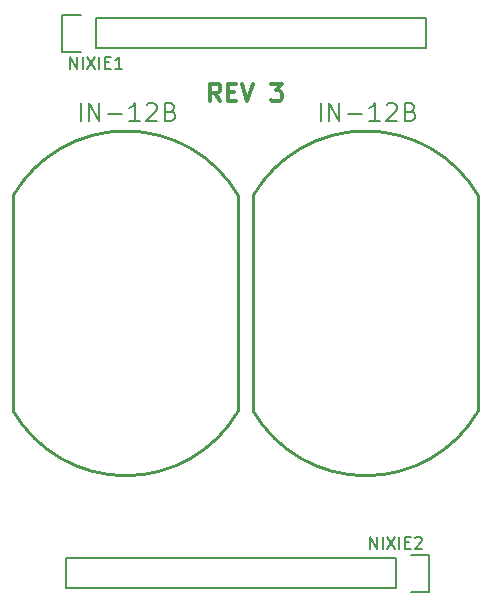
<source format=gto>
G04 #@! TF.FileFunction,Legend,Top*
%FSLAX46Y46*%
G04 Gerber Fmt 4.6, Leading zero omitted, Abs format (unit mm)*
G04 Created by KiCad (PCBNEW (2015-10-31 BZR 6288)-product) date Tuesday, November 24, 2015 'PMt' 09:59:33 PM*
%MOMM*%
G01*
G04 APERTURE LIST*
%ADD10C,0.100000*%
%ADD11C,0.150000*%
%ADD12C,0.300000*%
%ADD13C,0.254000*%
G04 APERTURE END LIST*
D10*
D11*
X145153334Y-100782381D02*
X145153334Y-99782381D01*
X145724763Y-100782381D01*
X145724763Y-99782381D01*
X146200953Y-100782381D02*
X146200953Y-99782381D01*
X146581905Y-99782381D02*
X147248572Y-100782381D01*
X147248572Y-99782381D02*
X146581905Y-100782381D01*
X147629524Y-100782381D02*
X147629524Y-99782381D01*
X148105714Y-100258571D02*
X148439048Y-100258571D01*
X148581905Y-100782381D02*
X148105714Y-100782381D01*
X148105714Y-99782381D01*
X148581905Y-99782381D01*
X148962857Y-99877619D02*
X149010476Y-99830000D01*
X149105714Y-99782381D01*
X149343810Y-99782381D01*
X149439048Y-99830000D01*
X149486667Y-99877619D01*
X149534286Y-99972857D01*
X149534286Y-100068095D01*
X149486667Y-100210952D01*
X148915238Y-100782381D01*
X149534286Y-100782381D01*
X119753334Y-60142381D02*
X119753334Y-59142381D01*
X120324763Y-60142381D01*
X120324763Y-59142381D01*
X120800953Y-60142381D02*
X120800953Y-59142381D01*
X121181905Y-59142381D02*
X121848572Y-60142381D01*
X121848572Y-59142381D02*
X121181905Y-60142381D01*
X122229524Y-60142381D02*
X122229524Y-59142381D01*
X122705714Y-59618571D02*
X123039048Y-59618571D01*
X123181905Y-60142381D02*
X122705714Y-60142381D01*
X122705714Y-59142381D01*
X123181905Y-59142381D01*
X124134286Y-60142381D02*
X123562857Y-60142381D01*
X123848571Y-60142381D02*
X123848571Y-59142381D01*
X123753333Y-59285238D01*
X123658095Y-59380476D01*
X123562857Y-59428095D01*
D12*
X132477144Y-62908571D02*
X131977144Y-62194286D01*
X131620001Y-62908571D02*
X131620001Y-61408571D01*
X132191429Y-61408571D01*
X132334287Y-61480000D01*
X132405715Y-61551429D01*
X132477144Y-61694286D01*
X132477144Y-61908571D01*
X132405715Y-62051429D01*
X132334287Y-62122857D01*
X132191429Y-62194286D01*
X131620001Y-62194286D01*
X133120001Y-62122857D02*
X133620001Y-62122857D01*
X133834287Y-62908571D02*
X133120001Y-62908571D01*
X133120001Y-61408571D01*
X133834287Y-61408571D01*
X134262858Y-61408571D02*
X134762858Y-62908571D01*
X135262858Y-61408571D01*
X136762858Y-61408571D02*
X137691429Y-61408571D01*
X137191429Y-61980000D01*
X137405715Y-61980000D01*
X137548572Y-62051429D01*
X137620001Y-62122857D01*
X137691429Y-62265714D01*
X137691429Y-62622857D01*
X137620001Y-62765714D01*
X137548572Y-62837143D01*
X137405715Y-62908571D01*
X136977143Y-62908571D01*
X136834286Y-62837143D01*
X136762858Y-62765714D01*
D11*
X121920000Y-55880000D02*
X149860000Y-55880000D01*
X149860000Y-55880000D02*
X149860000Y-58420000D01*
X149860000Y-58420000D02*
X121920000Y-58420000D01*
X119100000Y-55600000D02*
X120650000Y-55600000D01*
X121920000Y-55880000D02*
X121920000Y-58420000D01*
X120650000Y-58700000D02*
X119100000Y-58700000D01*
X119100000Y-58700000D02*
X119100000Y-55600000D01*
X147320000Y-104140000D02*
X119380000Y-104140000D01*
X119380000Y-104140000D02*
X119380000Y-101600000D01*
X119380000Y-101600000D02*
X147320000Y-101600000D01*
X150140000Y-104420000D02*
X148590000Y-104420000D01*
X147320000Y-104140000D02*
X147320000Y-101600000D01*
X148590000Y-101320000D02*
X150140000Y-101320000D01*
X150140000Y-101320000D02*
X150140000Y-104420000D01*
D13*
X133985000Y-70881875D02*
X133985000Y-89138125D01*
X114935000Y-89138125D02*
X114935000Y-70881875D01*
X114932285Y-89133479D02*
G75*
G03X133985000Y-89138125I9527715J5564431D01*
G01*
X133987715Y-70886521D02*
G75*
G03X114935000Y-70881875I-9527715J-5564431D01*
G01*
X154305000Y-70881875D02*
X154305000Y-89138125D01*
X135255000Y-89138125D02*
X135255000Y-70881875D01*
X135252285Y-89133479D02*
G75*
G03X154305000Y-89138125I9527715J5564431D01*
G01*
X154307715Y-70886521D02*
G75*
G03X135255000Y-70881875I-9527715J-5564431D01*
G01*
D11*
X120631857Y-64570429D02*
X120631857Y-63046429D01*
X121357571Y-64570429D02*
X121357571Y-63046429D01*
X122228428Y-64570429D01*
X122228428Y-63046429D01*
X122954142Y-63989857D02*
X124115285Y-63989857D01*
X125639285Y-64570429D02*
X124768428Y-64570429D01*
X125203856Y-64570429D02*
X125203856Y-63046429D01*
X125058713Y-63264143D01*
X124913571Y-63409286D01*
X124768428Y-63481857D01*
X126219857Y-63191571D02*
X126292428Y-63119000D01*
X126437571Y-63046429D01*
X126800428Y-63046429D01*
X126945571Y-63119000D01*
X127018142Y-63191571D01*
X127090714Y-63336714D01*
X127090714Y-63481857D01*
X127018142Y-63699571D01*
X126147285Y-64570429D01*
X127090714Y-64570429D01*
X128251857Y-63772143D02*
X128469571Y-63844714D01*
X128542143Y-63917286D01*
X128614714Y-64062429D01*
X128614714Y-64280143D01*
X128542143Y-64425286D01*
X128469571Y-64497857D01*
X128324429Y-64570429D01*
X127743857Y-64570429D01*
X127743857Y-63046429D01*
X128251857Y-63046429D01*
X128397000Y-63119000D01*
X128469571Y-63191571D01*
X128542143Y-63336714D01*
X128542143Y-63481857D01*
X128469571Y-63627000D01*
X128397000Y-63699571D01*
X128251857Y-63772143D01*
X127743857Y-63772143D01*
X140951857Y-64570429D02*
X140951857Y-63046429D01*
X141677571Y-64570429D02*
X141677571Y-63046429D01*
X142548428Y-64570429D01*
X142548428Y-63046429D01*
X143274142Y-63989857D02*
X144435285Y-63989857D01*
X145959285Y-64570429D02*
X145088428Y-64570429D01*
X145523856Y-64570429D02*
X145523856Y-63046429D01*
X145378713Y-63264143D01*
X145233571Y-63409286D01*
X145088428Y-63481857D01*
X146539857Y-63191571D02*
X146612428Y-63119000D01*
X146757571Y-63046429D01*
X147120428Y-63046429D01*
X147265571Y-63119000D01*
X147338142Y-63191571D01*
X147410714Y-63336714D01*
X147410714Y-63481857D01*
X147338142Y-63699571D01*
X146467285Y-64570429D01*
X147410714Y-64570429D01*
X148571857Y-63772143D02*
X148789571Y-63844714D01*
X148862143Y-63917286D01*
X148934714Y-64062429D01*
X148934714Y-64280143D01*
X148862143Y-64425286D01*
X148789571Y-64497857D01*
X148644429Y-64570429D01*
X148063857Y-64570429D01*
X148063857Y-63046429D01*
X148571857Y-63046429D01*
X148717000Y-63119000D01*
X148789571Y-63191571D01*
X148862143Y-63336714D01*
X148862143Y-63481857D01*
X148789571Y-63627000D01*
X148717000Y-63699571D01*
X148571857Y-63772143D01*
X148063857Y-63772143D01*
M02*

</source>
